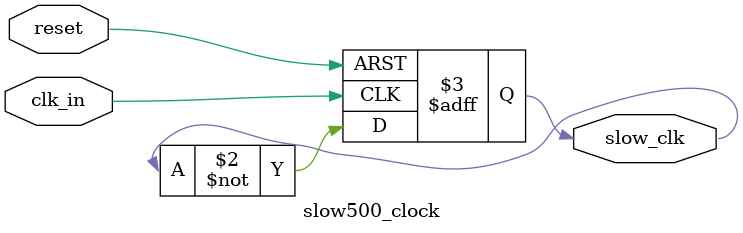
<source format=v>
module slow500_clock (
    input wire clk_in, 
    input wire reset,   
    output reg slow_clk 
);

    reg [0:0] counter;  // 1-bit counter is sufficient since N = 1

    always @(posedge clk_in or posedge reset) begin
        if (reset) begin
            counter <= 1'b0;  
            slow_clk <= 1'b0; 
        end else begin
            slow_clk <= ~slow_clk; // Toggle every cycle
        end
    end

endmodule

</source>
